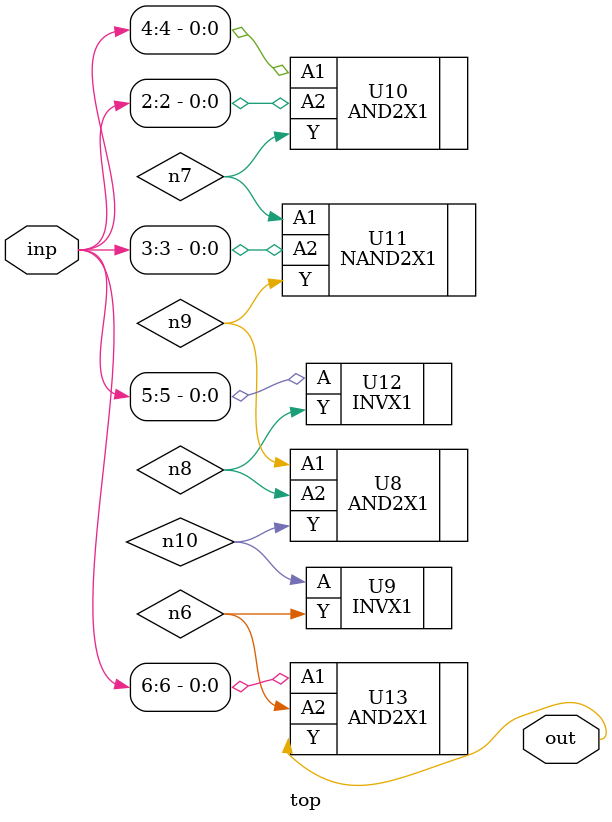
<source format=sv>


module top ( inp, out );
  input [6:0] inp;
  output out;
  wire   n6, n7, n8, n9, n10;

  AND2X1 U8 ( .A1(n9), .A2(n8), .Y(n10) );
  INVX1 U9 ( .A(n10), .Y(n6) );
  AND2X1 U10 ( .A1(inp[4]), .A2(inp[2]), .Y(n7) );
  NAND2X1 U11 ( .A1(n7), .A2(inp[3]), .Y(n9) );
  INVX1 U12 ( .A(inp[5]), .Y(n8) );
  AND2X1 U13 ( .A1(inp[6]), .A2(n6), .Y(out) );
endmodule


</source>
